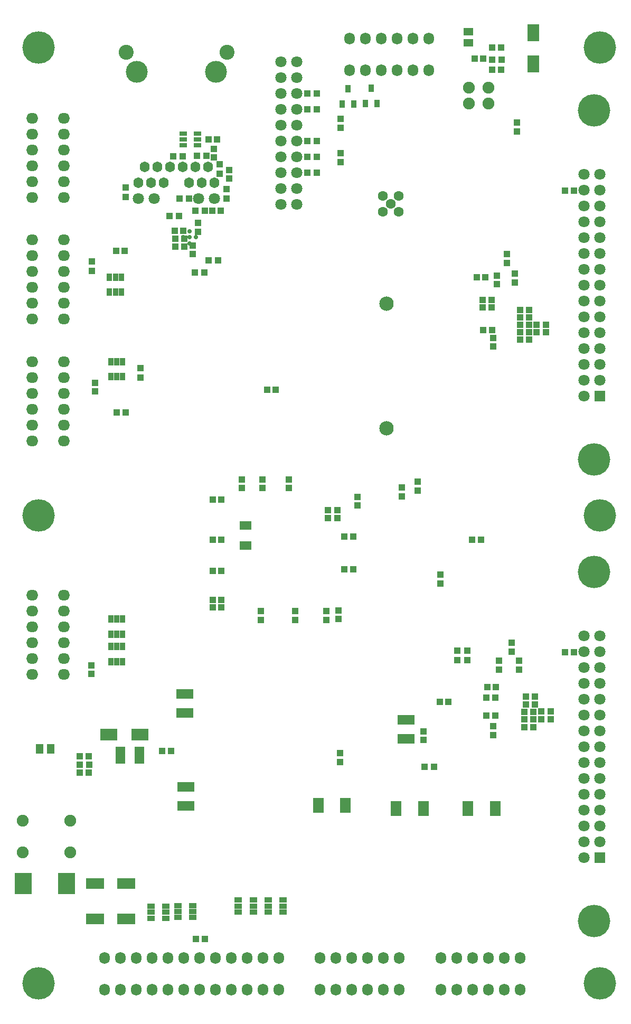
<source format=gbs>
G04 Layer_Color=16711935*
%FSLAX44Y44*%
%MOMM*%
G71*
G01*
G75*
%ADD118R,1.0032X1.1032*%
%ADD123R,1.6032X2.8032*%
%ADD138R,1.1032X1.0032*%
%ADD144R,2.8032X1.6032*%
%ADD145R,1.9032X1.4532*%
%ADD148R,1.7032X2.4032*%
%ADD173C,1.9032*%
%ADD174O,1.7032X1.9032*%
%ADD175C,5.2032*%
%ADD176O,1.9032X1.7032*%
%ADD177C,1.8032*%
%ADD178R,1.8032X1.8032*%
%ADD179C,1.6032*%
%ADD180C,2.4032*%
%ADD181C,3.5032*%
%ADD182O,1.6032X1.7032*%
%ADD183C,2.3032*%
%ADD184C,0.7032*%
%ADD185R,1.6032X1.3032*%
%ADD186R,1.9032X2.7032*%
%ADD187R,0.8532X1.3032*%
%ADD188R,1.3032X1.6032*%
%ADD189R,3.0032X1.8032*%
%ADD190R,1.3032X0.8532*%
%ADD191R,2.7032X3.5032*%
%ADD192R,2.7032X1.9032*%
%ADD193R,1.3000X0.7000*%
D118*
X1091000Y1815000D02*
D03*
X1077000D02*
D03*
X1063000Y1833000D02*
D03*
X1049000D02*
D03*
X1077000Y1850000D02*
D03*
X1091000D02*
D03*
X1077380Y1831000D02*
D03*
X1092620D02*
D03*
X643000Y1061000D02*
D03*
X629000D02*
D03*
X643000Y1126000D02*
D03*
X629000D02*
D03*
X840000Y1066000D02*
D03*
X854000D02*
D03*
X840000Y1014000D02*
D03*
X854000D02*
D03*
X716000Y1302000D02*
D03*
X730000D02*
D03*
X475000Y1265000D02*
D03*
X489000D02*
D03*
X474000Y1524000D02*
D03*
X488000D02*
D03*
X1194000Y881000D02*
D03*
X1208000D02*
D03*
X1194000Y1621000D02*
D03*
X1208000D02*
D03*
X1007000Y801000D02*
D03*
X993000D02*
D03*
X643000Y1011000D02*
D03*
X629000D02*
D03*
X602000Y421000D02*
D03*
X616000D02*
D03*
X416000Y688000D02*
D03*
X430000D02*
D03*
X430620Y701000D02*
D03*
X415380D02*
D03*
X416000Y714000D02*
D03*
X430000D02*
D03*
X562000Y723000D02*
D03*
X548000D02*
D03*
X600380Y1490000D02*
D03*
X615620D02*
D03*
X622380Y1509000D02*
D03*
X637620D02*
D03*
X583000Y1531000D02*
D03*
X569000D02*
D03*
X583000Y1544000D02*
D03*
X569000D02*
D03*
X582000Y1557000D02*
D03*
X568000D02*
D03*
X574620Y1580000D02*
D03*
X559380D02*
D03*
X642000Y1589000D02*
D03*
X628000D02*
D03*
X616620Y1589000D02*
D03*
X601380D02*
D03*
X590620Y1608000D02*
D03*
X575380D02*
D03*
X622000Y1703000D02*
D03*
X636000D02*
D03*
X565380Y1676000D02*
D03*
X580620D02*
D03*
X618620Y1677000D02*
D03*
X603380D02*
D03*
X780380Y1776500D02*
D03*
X795620D02*
D03*
X780380Y1751500D02*
D03*
X795620D02*
D03*
Y1700500D02*
D03*
X780380D02*
D03*
Y1675500D02*
D03*
X795620D02*
D03*
X780380Y1649500D02*
D03*
X795620D02*
D03*
X1052000Y1482000D02*
D03*
X1066000D02*
D03*
X1076000Y1446000D02*
D03*
X1062000D02*
D03*
X1076000Y1434000D02*
D03*
X1062000D02*
D03*
X1077000Y1397000D02*
D03*
X1063000D02*
D03*
X1148380Y1394000D02*
D03*
X1163620D02*
D03*
X1148380Y1406000D02*
D03*
X1163620D02*
D03*
X1122000Y1430000D02*
D03*
X1136000D02*
D03*
X1122000Y1418000D02*
D03*
X1136000D02*
D03*
X1122000Y1406000D02*
D03*
X1136000D02*
D03*
X1122000Y1394000D02*
D03*
X1136000D02*
D03*
X1122000Y1382000D02*
D03*
X1136000D02*
D03*
X1059000Y1061000D02*
D03*
X1045000D02*
D03*
X1083000Y825000D02*
D03*
X1069000D02*
D03*
X1082000Y808000D02*
D03*
X1068000D02*
D03*
X1082000Y779000D02*
D03*
X1068000D02*
D03*
X968380Y697000D02*
D03*
X983620D02*
D03*
X1155380Y773000D02*
D03*
X1170620D02*
D03*
X1155380Y786000D02*
D03*
X1170620D02*
D03*
X1131500Y809500D02*
D03*
X1145500D02*
D03*
X1131500Y797500D02*
D03*
X1145500D02*
D03*
X1129000Y785000D02*
D03*
X1143000D02*
D03*
X1129000Y773000D02*
D03*
X1143000D02*
D03*
X1129000Y761000D02*
D03*
X1143000D02*
D03*
X813380Y1096000D02*
D03*
X828620D02*
D03*
Y1109000D02*
D03*
X813380D02*
D03*
X643000Y953000D02*
D03*
X629000D02*
D03*
X643000Y965000D02*
D03*
X629000D02*
D03*
D123*
X480760Y716000D02*
D03*
X511240D02*
D03*
D138*
X834000Y1722000D02*
D03*
Y1736000D02*
D03*
Y1667000D02*
D03*
Y1681000D02*
D03*
X676000Y1144000D02*
D03*
Y1158000D02*
D03*
X751000Y1144000D02*
D03*
Y1158000D02*
D03*
X861000Y1116000D02*
D03*
Y1130000D02*
D03*
X831000Y948000D02*
D03*
Y934000D02*
D03*
X761000Y947000D02*
D03*
Y933000D02*
D03*
X706000Y947000D02*
D03*
Y933000D02*
D03*
X932000Y1131000D02*
D03*
Y1145000D02*
D03*
X958000Y1140000D02*
D03*
Y1154000D02*
D03*
X811000Y947000D02*
D03*
Y933000D02*
D03*
X1117000Y1730000D02*
D03*
Y1716000D02*
D03*
X709000Y1144000D02*
D03*
Y1158000D02*
D03*
X833000Y705000D02*
D03*
Y719000D02*
D03*
X435000Y1507620D02*
D03*
Y1492380D02*
D03*
X489000Y1610380D02*
D03*
Y1625620D02*
D03*
X434000Y846000D02*
D03*
Y860000D02*
D03*
X440000Y1313000D02*
D03*
Y1299000D02*
D03*
X513000Y1321380D02*
D03*
Y1336620D02*
D03*
X597000Y1533000D02*
D03*
Y1519000D02*
D03*
X605000Y1555000D02*
D03*
Y1569000D02*
D03*
X651000Y1608380D02*
D03*
Y1623620D02*
D03*
X655000Y1654000D02*
D03*
Y1640000D02*
D03*
X640000Y1663620D02*
D03*
Y1648380D02*
D03*
X631000Y1688000D02*
D03*
Y1674000D02*
D03*
X1101000Y1519000D02*
D03*
Y1505000D02*
D03*
X1113000Y1474000D02*
D03*
Y1488000D02*
D03*
X1085000Y1471000D02*
D03*
Y1485000D02*
D03*
X1079000Y1385000D02*
D03*
Y1371000D02*
D03*
X994000Y991000D02*
D03*
Y1005000D02*
D03*
X1021000Y883620D02*
D03*
Y868380D02*
D03*
X1037000Y883620D02*
D03*
Y868380D02*
D03*
X1120000Y853000D02*
D03*
Y867000D02*
D03*
X1108000Y896000D02*
D03*
Y882000D02*
D03*
X1088000Y853000D02*
D03*
Y867000D02*
D03*
X1079000Y762000D02*
D03*
Y748000D02*
D03*
X967000Y754000D02*
D03*
Y740000D02*
D03*
D144*
X586000Y665240D02*
D03*
Y634760D02*
D03*
X584000Y783760D02*
D03*
Y814240D02*
D03*
X939000Y772240D02*
D03*
Y741760D02*
D03*
D145*
X681998Y1084000D02*
D03*
Y1052000D02*
D03*
D148*
X798000Y635000D02*
D03*
X842000D02*
D03*
X923000Y630000D02*
D03*
X967000D02*
D03*
X1038000D02*
D03*
X1082000D02*
D03*
D173*
X1071000Y1785700D02*
D03*
Y1760300D02*
D03*
X1040000Y1785700D02*
D03*
Y1760300D02*
D03*
X400400Y560000D02*
D03*
Y610800D02*
D03*
X324200Y560000D02*
D03*
Y610800D02*
D03*
D174*
X898800Y1864400D02*
D03*
X924200D02*
D03*
X949600D02*
D03*
X975000D02*
D03*
Y1813600D02*
D03*
X949600D02*
D03*
X924200D02*
D03*
X898800D02*
D03*
X873400Y1864400D02*
D03*
X848000D02*
D03*
X873400Y1813600D02*
D03*
X848000D02*
D03*
X1071200Y339600D02*
D03*
X1045800D02*
D03*
X1020400D02*
D03*
X995000D02*
D03*
Y390400D02*
D03*
X1020400D02*
D03*
X1045800D02*
D03*
X1071200D02*
D03*
X1096600Y339600D02*
D03*
X1122000D02*
D03*
X1096600Y390400D02*
D03*
X1122000D02*
D03*
X877200Y339600D02*
D03*
X851800D02*
D03*
X826400D02*
D03*
X801000D02*
D03*
Y390400D02*
D03*
X826400D02*
D03*
X851800D02*
D03*
X877200D02*
D03*
X902600Y339600D02*
D03*
X928000D02*
D03*
X902600Y390400D02*
D03*
X928000D02*
D03*
X735000D02*
D03*
X709600D02*
D03*
X735000Y339600D02*
D03*
X709600D02*
D03*
X684200Y390400D02*
D03*
X658800D02*
D03*
X633400D02*
D03*
X608000D02*
D03*
X582600D02*
D03*
X557200D02*
D03*
X531800D02*
D03*
X506400D02*
D03*
X481000D02*
D03*
X455600D02*
D03*
Y339600D02*
D03*
X481000D02*
D03*
X506400D02*
D03*
X531800D02*
D03*
X557200D02*
D03*
X582600D02*
D03*
X608000D02*
D03*
X633400D02*
D03*
X658800D02*
D03*
X684200D02*
D03*
D175*
X350000Y1100000D02*
D03*
X1250000D02*
D03*
X1240000Y1190000D02*
D03*
X350000Y1850000D02*
D03*
Y350000D02*
D03*
X1250000Y1850000D02*
D03*
X1240000Y1750000D02*
D03*
Y1010000D02*
D03*
Y450000D02*
D03*
X1250000Y350000D02*
D03*
D176*
X339600Y895800D02*
D03*
Y921200D02*
D03*
Y946600D02*
D03*
Y972000D02*
D03*
X390400D02*
D03*
Y946600D02*
D03*
Y921200D02*
D03*
Y895800D02*
D03*
X339600Y870400D02*
D03*
Y845000D02*
D03*
X390400Y870400D02*
D03*
Y845000D02*
D03*
X339600Y1660800D02*
D03*
Y1686200D02*
D03*
Y1711600D02*
D03*
Y1737000D02*
D03*
X390400D02*
D03*
Y1711600D02*
D03*
Y1686200D02*
D03*
Y1660800D02*
D03*
X339600Y1635400D02*
D03*
Y1610000D02*
D03*
X390400Y1635400D02*
D03*
Y1610000D02*
D03*
X339600Y1270800D02*
D03*
Y1296200D02*
D03*
Y1321600D02*
D03*
Y1347000D02*
D03*
X390400D02*
D03*
Y1321600D02*
D03*
Y1296200D02*
D03*
Y1270800D02*
D03*
X339600Y1245400D02*
D03*
Y1220000D02*
D03*
X390400Y1245400D02*
D03*
Y1220000D02*
D03*
X339600Y1465800D02*
D03*
Y1491200D02*
D03*
Y1516600D02*
D03*
Y1542000D02*
D03*
X390400D02*
D03*
Y1516600D02*
D03*
Y1491200D02*
D03*
Y1465800D02*
D03*
X339600Y1440400D02*
D03*
Y1415000D02*
D03*
X390400Y1440400D02*
D03*
Y1415000D02*
D03*
D177*
X1224600Y703800D02*
D03*
Y754600D02*
D03*
Y729200D02*
D03*
Y780000D02*
D03*
Y678400D02*
D03*
Y653000D02*
D03*
Y627600D02*
D03*
Y602200D02*
D03*
Y576800D02*
D03*
Y551400D02*
D03*
X1250000Y576800D02*
D03*
Y602200D02*
D03*
Y627600D02*
D03*
Y653000D02*
D03*
Y678400D02*
D03*
Y703800D02*
D03*
Y729200D02*
D03*
Y754600D02*
D03*
Y780000D02*
D03*
Y907000D02*
D03*
Y881600D02*
D03*
Y856200D02*
D03*
Y830800D02*
D03*
Y805400D02*
D03*
X1224600D02*
D03*
Y830800D02*
D03*
Y856200D02*
D03*
Y881600D02*
D03*
Y907000D02*
D03*
Y1443800D02*
D03*
Y1494600D02*
D03*
Y1469200D02*
D03*
Y1520000D02*
D03*
Y1418400D02*
D03*
Y1393000D02*
D03*
Y1367600D02*
D03*
Y1342200D02*
D03*
Y1316800D02*
D03*
Y1291400D02*
D03*
X1250000Y1316800D02*
D03*
Y1342200D02*
D03*
Y1367600D02*
D03*
Y1393000D02*
D03*
Y1418400D02*
D03*
Y1443800D02*
D03*
Y1469200D02*
D03*
Y1494600D02*
D03*
Y1520000D02*
D03*
Y1647000D02*
D03*
Y1621600D02*
D03*
Y1596200D02*
D03*
Y1570800D02*
D03*
Y1545400D02*
D03*
X1224600D02*
D03*
Y1570800D02*
D03*
Y1596200D02*
D03*
Y1621600D02*
D03*
Y1647000D02*
D03*
X632000Y1608000D02*
D03*
X606600D02*
D03*
X510000D02*
D03*
X535400D02*
D03*
X764000Y1827500D02*
D03*
Y1802100D02*
D03*
Y1776700D02*
D03*
Y1751300D02*
D03*
Y1725900D02*
D03*
Y1700500D02*
D03*
Y1675100D02*
D03*
Y1649700D02*
D03*
Y1624300D02*
D03*
Y1598900D02*
D03*
X738600D02*
D03*
Y1624300D02*
D03*
Y1649700D02*
D03*
Y1675100D02*
D03*
Y1700500D02*
D03*
Y1725900D02*
D03*
Y1827500D02*
D03*
Y1776700D02*
D03*
Y1802100D02*
D03*
Y1751300D02*
D03*
D178*
X1250000Y551400D02*
D03*
Y1291400D02*
D03*
D179*
X914700Y1600000D02*
D03*
X927400Y1587300D02*
D03*
X902000D02*
D03*
X927400Y1612700D02*
D03*
X902000D02*
D03*
D180*
X490350Y1843000D02*
D03*
X651650D02*
D03*
D181*
X507500Y1811200D02*
D03*
X634500D02*
D03*
D182*
X520250Y1658900D02*
D03*
X540550D02*
D03*
X560850D02*
D03*
X581150D02*
D03*
X601450D02*
D03*
X621750D02*
D03*
X631900Y1633500D02*
D03*
X611600D02*
D03*
X591300D02*
D03*
X550700D02*
D03*
X530400D02*
D03*
X510100D02*
D03*
D183*
X907500Y1240000D02*
D03*
Y1440000D02*
D03*
D184*
X592000Y1536000D02*
D03*
Y1556000D02*
D03*
X582000Y1546000D02*
D03*
X602000D02*
D03*
X592000D02*
D03*
D185*
X1039000Y1875890D02*
D03*
Y1858110D02*
D03*
D186*
X1143000Y1824000D02*
D03*
Y1874000D02*
D03*
D187*
X883000Y1785000D02*
D03*
X892500Y1761000D02*
D03*
X873500D02*
D03*
X846000Y1784000D02*
D03*
X855500Y1760000D02*
D03*
X836500D02*
D03*
X473000Y1482000D02*
D03*
X482500Y1458000D02*
D03*
X473000D02*
D03*
X463500D02*
D03*
Y1482000D02*
D03*
X482500D02*
D03*
X475000Y1323000D02*
D03*
X465500Y1347000D02*
D03*
X475000D02*
D03*
X484500D02*
D03*
Y1323000D02*
D03*
X465500D02*
D03*
X475000Y890000D02*
D03*
X484500Y866000D02*
D03*
X475000D02*
D03*
X465500D02*
D03*
Y890000D02*
D03*
X484500D02*
D03*
X475000Y910000D02*
D03*
X465500Y934000D02*
D03*
X475000D02*
D03*
X484500D02*
D03*
Y910000D02*
D03*
X465500D02*
D03*
D188*
X368890Y726300D02*
D03*
X351110D02*
D03*
D189*
X440000Y453000D02*
D03*
Y510000D02*
D03*
X490000Y453000D02*
D03*
Y510000D02*
D03*
D190*
X742000Y474000D02*
D03*
X718000Y464500D02*
D03*
Y474000D02*
D03*
Y483500D02*
D03*
X742000D02*
D03*
Y464500D02*
D03*
X530000Y464000D02*
D03*
X554000Y473500D02*
D03*
Y464000D02*
D03*
Y454500D02*
D03*
X530000D02*
D03*
Y473500D02*
D03*
X573000Y465000D02*
D03*
X597000Y474500D02*
D03*
Y465000D02*
D03*
Y455500D02*
D03*
X573000D02*
D03*
Y474500D02*
D03*
X694000Y474000D02*
D03*
X670000Y464500D02*
D03*
Y474000D02*
D03*
Y483500D02*
D03*
X694000D02*
D03*
Y464500D02*
D03*
D191*
X325500Y510000D02*
D03*
X394500D02*
D03*
D192*
X462000Y749000D02*
D03*
X512000D02*
D03*
D193*
X604500Y1693500D02*
D03*
Y1703000D02*
D03*
Y1712500D02*
D03*
X581500D02*
D03*
Y1703000D02*
D03*
Y1693500D02*
D03*
M02*

</source>
